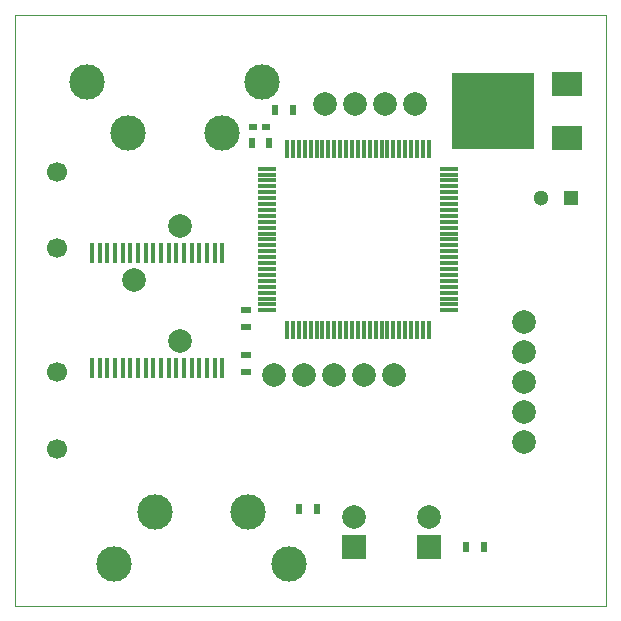
<source format=gbr>
G04 #@! TF.FileFunction,Soldermask,Bot*
%FSLAX46Y46*%
G04 Gerber Fmt 4.6, Leading zero omitted, Abs format (unit mm)*
G04 Created by KiCad (PCBNEW (2015-07-11 BZR 5925, Git c291b88)-product) date 2015/08/03 22:31:36*
%MOMM*%
G01*
G04 APERTURE LIST*
%ADD10C,0.100000*%
%ADD11R,1.300000X1.300000*%
%ADD12C,1.300000*%
%ADD13R,2.000000X2.000000*%
%ADD14C,2.000000*%
%ADD15R,0.500000X0.900000*%
%ADD16R,0.449580X1.668780*%
%ADD17R,1.500000X0.300000*%
%ADD18R,0.300000X1.500000*%
%ADD19C,3.000000*%
%ADD20R,2.500000X2.000000*%
%ADD21R,7.000000X6.500000*%
%ADD22R,0.900000X0.500000*%
%ADD23C,1.700000*%
%ADD24R,0.750000X0.600000*%
G04 APERTURE END LIST*
D10*
X100000000Y-100000000D02*
X150000000Y-100000000D01*
X150000000Y-50000000D02*
X100000000Y-50000000D01*
X145000000Y-50000000D02*
X144000000Y-50000000D01*
X150000000Y-50000000D02*
X150000000Y-100000000D01*
X100000000Y-50000000D02*
X100000000Y-100000000D01*
D11*
X147000000Y-65500000D03*
D12*
X144500000Y-65500000D03*
D13*
X135000000Y-95000000D03*
D14*
X135000000Y-92460000D03*
X126190000Y-57500000D03*
X128730000Y-57500000D03*
X131270000Y-57500000D03*
X133810000Y-57500000D03*
D15*
X138150000Y-95000000D03*
X139650000Y-95000000D03*
X121500000Y-60850000D03*
X120000000Y-60850000D03*
D16*
X117524500Y-79864100D03*
X116874260Y-79864100D03*
X116224020Y-79864100D03*
X115573780Y-79864100D03*
X114926080Y-79864100D03*
X114275840Y-79864100D03*
X113625600Y-79864100D03*
X112975360Y-79864100D03*
X112325120Y-79864100D03*
X111674880Y-79864100D03*
X111024640Y-79864100D03*
X110374400Y-79864100D03*
X109724160Y-79864100D03*
X109073920Y-79864100D03*
X108423680Y-79864100D03*
X107775980Y-79864100D03*
X107125740Y-79864100D03*
X106475500Y-79864100D03*
X106475500Y-70135900D03*
X107125740Y-70135900D03*
X107775980Y-70135900D03*
X108423680Y-70135900D03*
X109073920Y-70135900D03*
X109724160Y-70135900D03*
X110374400Y-70135900D03*
X111024640Y-70135900D03*
X111674880Y-70135900D03*
X112325120Y-70135900D03*
X112975360Y-70135900D03*
X113625600Y-70135900D03*
X114275840Y-70135900D03*
X114926080Y-70135900D03*
X115573780Y-70135900D03*
X116224020Y-70135900D03*
X116874260Y-70135900D03*
X117524500Y-70135900D03*
D17*
X136700000Y-63000000D03*
X136700000Y-63500000D03*
X136700000Y-64000000D03*
X136700000Y-64500000D03*
X136700000Y-65000000D03*
X136700000Y-65500000D03*
X136700000Y-66000000D03*
X136700000Y-66500000D03*
X136700000Y-67000000D03*
X136700000Y-67500000D03*
X136700000Y-68000000D03*
X136700000Y-68500000D03*
X136700000Y-69000000D03*
X136700000Y-69500000D03*
X136700000Y-70000000D03*
X136700000Y-70500000D03*
X136700000Y-71000000D03*
X136700000Y-71500000D03*
X136700000Y-72000000D03*
X136700000Y-72500000D03*
X136700000Y-73000000D03*
X136700000Y-73500000D03*
X136700000Y-74000000D03*
X136700000Y-74500000D03*
X136700000Y-75000000D03*
D18*
X135000000Y-76700000D03*
X134500000Y-76700000D03*
X134000000Y-76700000D03*
X133500000Y-76700000D03*
X133000000Y-76700000D03*
X132500000Y-76700000D03*
X132000000Y-76700000D03*
X131500000Y-76700000D03*
X131000000Y-76700000D03*
X130500000Y-76700000D03*
X130000000Y-76700000D03*
X129500000Y-76700000D03*
X129000000Y-76700000D03*
X128500000Y-76700000D03*
X128000000Y-76700000D03*
X127500000Y-76700000D03*
X127000000Y-76700000D03*
X126500000Y-76700000D03*
X126000000Y-76700000D03*
X125500000Y-76700000D03*
X125000000Y-76700000D03*
X124500000Y-76700000D03*
X124000000Y-76700000D03*
X123500000Y-76700000D03*
X123000000Y-76700000D03*
D17*
X121300000Y-75000000D03*
X121300000Y-74500000D03*
X121300000Y-74000000D03*
X121300000Y-73500000D03*
X121300000Y-73000000D03*
X121300000Y-72500000D03*
X121300000Y-72000000D03*
X121300000Y-71500000D03*
X121300000Y-71000000D03*
X121300000Y-70500000D03*
X121300000Y-70000000D03*
X121300000Y-69500000D03*
X121300000Y-69000000D03*
X121300000Y-68500000D03*
X121300000Y-68000000D03*
X121300000Y-67500000D03*
X121300000Y-67000000D03*
X121300000Y-66500000D03*
X121300000Y-66000000D03*
X121300000Y-65500000D03*
X121300000Y-65000000D03*
X121300000Y-64500000D03*
X121300000Y-64000000D03*
X121300000Y-63500000D03*
X121300000Y-63000000D03*
D18*
X123000000Y-61300000D03*
X123500000Y-61300000D03*
X124000000Y-61300000D03*
X124500000Y-61300000D03*
X125000000Y-61300000D03*
X125500000Y-61300000D03*
X126000000Y-61300000D03*
X126500000Y-61300000D03*
X127000000Y-61300000D03*
X127500000Y-61300000D03*
X128000000Y-61300000D03*
X128500000Y-61300000D03*
X129000000Y-61300000D03*
X129500000Y-61300000D03*
X130000000Y-61300000D03*
X130500000Y-61300000D03*
X131000000Y-61300000D03*
X131500000Y-61300000D03*
X132000000Y-61300000D03*
X132500000Y-61300000D03*
X133000000Y-61300000D03*
X133500000Y-61300000D03*
X134000000Y-61300000D03*
X134500000Y-61300000D03*
X135000000Y-61300000D03*
D19*
X109540000Y-60000000D03*
X117460000Y-60000000D03*
X120910000Y-55650000D03*
X106090000Y-55650000D03*
D14*
X121920000Y-80500000D03*
X124460000Y-80500000D03*
X127000000Y-80500000D03*
X129540000Y-80500000D03*
X132080000Y-80500000D03*
X143080000Y-86190000D03*
X143080000Y-83650000D03*
X143080000Y-81110000D03*
X143080000Y-78570000D03*
X143080000Y-76030000D03*
D20*
X146710000Y-60450000D03*
X146710000Y-55850000D03*
D21*
X140410000Y-58150000D03*
D14*
X110050000Y-72450000D03*
X113950000Y-77600000D03*
D13*
X128700000Y-95000000D03*
D14*
X128700000Y-92460000D03*
D15*
X125500000Y-91850000D03*
X124000000Y-91850000D03*
D22*
X119550000Y-76450000D03*
X119550000Y-74950000D03*
X119500000Y-80250000D03*
X119500000Y-78750000D03*
D15*
X123500000Y-58050000D03*
X122000000Y-58050000D03*
D19*
X119710000Y-92100000D03*
X111790000Y-92100000D03*
X108340000Y-96450000D03*
X123160000Y-96450000D03*
D23*
X103500000Y-80250000D03*
X103500000Y-86750000D03*
X103500000Y-69750000D03*
X103500000Y-63250000D03*
D14*
X113950000Y-67900000D03*
D24*
X120150000Y-59450000D03*
X121250000Y-59450000D03*
M02*

</source>
